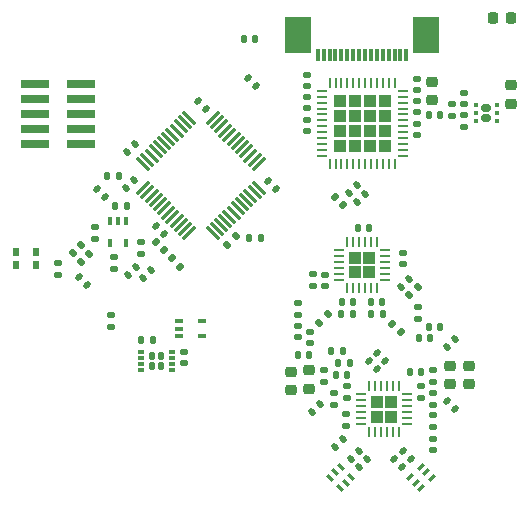
<source format=gbr>
%TF.GenerationSoftware,KiCad,Pcbnew,(6.0.4)*%
%TF.CreationDate,2023-05-27T00:51:03+09:00*%
%TF.ProjectId,RFB,5246422e-6b69-4636-9164-5f7063625858,rev?*%
%TF.SameCoordinates,Original*%
%TF.FileFunction,Paste,Top*%
%TF.FilePolarity,Positive*%
%FSLAX46Y46*%
G04 Gerber Fmt 4.6, Leading zero omitted, Abs format (unit mm)*
G04 Created by KiCad (PCBNEW (6.0.4)) date 2023-05-27 00:51:03*
%MOMM*%
%LPD*%
G01*
G04 APERTURE LIST*
G04 Aperture macros list*
%AMRoundRect*
0 Rectangle with rounded corners*
0 $1 Rounding radius*
0 $2 $3 $4 $5 $6 $7 $8 $9 X,Y pos of 4 corners*
0 Add a 4 corners polygon primitive as box body*
4,1,4,$2,$3,$4,$5,$6,$7,$8,$9,$2,$3,0*
0 Add four circle primitives for the rounded corners*
1,1,$1+$1,$2,$3*
1,1,$1+$1,$4,$5*
1,1,$1+$1,$6,$7*
1,1,$1+$1,$8,$9*
0 Add four rect primitives between the rounded corners*
20,1,$1+$1,$2,$3,$4,$5,0*
20,1,$1+$1,$4,$5,$6,$7,0*
20,1,$1+$1,$6,$7,$8,$9,0*
20,1,$1+$1,$8,$9,$2,$3,0*%
%AMRotRect*
0 Rectangle, with rotation*
0 The origin of the aperture is its center*
0 $1 length*
0 $2 width*
0 $3 Rotation angle, in degrees counterclockwise*
0 Add horizontal line*
21,1,$1,$2,0,0,$3*%
G04 Aperture macros list end*
%ADD10R,0.600000X0.750000*%
%ADD11RoundRect,0.135000X0.135000X0.185000X-0.135000X0.185000X-0.135000X-0.185000X0.135000X-0.185000X0*%
%ADD12RoundRect,0.140000X0.021213X-0.219203X0.219203X-0.021213X-0.021213X0.219203X-0.219203X0.021213X0*%
%ADD13RoundRect,0.140000X-0.021213X0.219203X-0.219203X0.021213X0.021213X-0.219203X0.219203X-0.021213X0*%
%ADD14RoundRect,0.140000X0.140000X0.170000X-0.140000X0.170000X-0.140000X-0.170000X0.140000X-0.170000X0*%
%ADD15RoundRect,0.140000X-0.170000X0.140000X-0.170000X-0.140000X0.170000X-0.140000X0.170000X0.140000X0*%
%ADD16RoundRect,0.075000X-0.415425X-0.521491X0.521491X0.415425X0.415425X0.521491X-0.521491X-0.415425X0*%
%ADD17RoundRect,0.075000X0.415425X-0.521491X0.521491X-0.415425X-0.415425X0.521491X-0.521491X0.415425X0*%
%ADD18RoundRect,0.135000X-0.185000X0.135000X-0.185000X-0.135000X0.185000X-0.135000X0.185000X0.135000X0*%
%ADD19RoundRect,0.135000X-0.226274X-0.035355X-0.035355X-0.226274X0.226274X0.035355X0.035355X0.226274X0*%
%ADD20RoundRect,0.135000X0.185000X-0.135000X0.185000X0.135000X-0.185000X0.135000X-0.185000X-0.135000X0*%
%ADD21R,2.400000X0.740000*%
%ADD22RoundRect,0.135000X-0.035355X0.226274X-0.226274X0.035355X0.035355X-0.226274X0.226274X-0.035355X0*%
%ADD23RoundRect,0.135000X0.035355X-0.226274X0.226274X-0.035355X-0.035355X0.226274X-0.226274X0.035355X0*%
%ADD24RoundRect,0.135000X0.226274X0.035355X0.035355X0.226274X-0.226274X-0.035355X-0.035355X-0.226274X0*%
%ADD25RoundRect,0.140000X0.170000X-0.140000X0.170000X0.140000X-0.170000X0.140000X-0.170000X-0.140000X0*%
%ADD26RoundRect,0.140000X-0.140000X-0.180000X0.140000X-0.180000X0.140000X0.180000X-0.140000X0.180000X0*%
%ADD27RoundRect,0.087500X-0.175000X-0.087500X0.175000X-0.087500X0.175000X0.087500X-0.175000X0.087500X0*%
%ADD28RoundRect,0.225000X0.225000X0.250000X-0.225000X0.250000X-0.225000X-0.250000X0.225000X-0.250000X0*%
%ADD29RoundRect,0.135000X-0.135000X-0.185000X0.135000X-0.185000X0.135000X0.185000X-0.135000X0.185000X0*%
%ADD30R,0.650000X0.400000*%
%ADD31RoundRect,0.140000X-0.140000X-0.170000X0.140000X-0.170000X0.140000X0.170000X-0.140000X0.170000X0*%
%ADD32RoundRect,0.140000X-0.219203X-0.021213X-0.021213X-0.219203X0.219203X0.021213X0.021213X0.219203X0*%
%ADD33RoundRect,0.160000X-0.245000X-0.160000X0.245000X-0.160000X0.245000X0.160000X-0.245000X0.160000X0*%
%ADD34RoundRect,0.093750X-0.093750X-0.106250X0.093750X-0.106250X0.093750X0.106250X-0.093750X0.106250X0*%
%ADD35RoundRect,0.218750X0.256250X-0.218750X0.256250X0.218750X-0.256250X0.218750X-0.256250X-0.218750X0*%
%ADD36RotRect,0.350000X0.700000X135.000000*%
%ADD37RoundRect,0.140000X0.219203X0.021213X0.021213X0.219203X-0.219203X-0.021213X-0.021213X-0.219203X0*%
%ADD38RoundRect,0.225000X0.250000X-0.225000X0.250000X0.225000X-0.250000X0.225000X-0.250000X-0.225000X0*%
%ADD39RoundRect,0.249999X0.290001X0.290001X-0.290001X0.290001X-0.290001X-0.290001X0.290001X-0.290001X0*%
%ADD40RoundRect,0.062500X0.375000X0.062500X-0.375000X0.062500X-0.375000X-0.062500X0.375000X-0.062500X0*%
%ADD41RoundRect,0.062500X0.062500X0.375000X-0.062500X0.375000X-0.062500X-0.375000X0.062500X-0.375000X0*%
%ADD42RoundRect,0.249999X0.290001X-0.290001X0.290001X0.290001X-0.290001X0.290001X-0.290001X-0.290001X0*%
%ADD43RoundRect,0.062500X0.062500X-0.375000X0.062500X0.375000X-0.062500X0.375000X-0.062500X-0.375000X0*%
%ADD44RoundRect,0.062500X0.375000X-0.062500X0.375000X0.062500X-0.375000X0.062500X-0.375000X-0.062500X0*%
%ADD45RoundRect,0.147500X0.226274X0.017678X0.017678X0.226274X-0.226274X-0.017678X-0.017678X-0.226274X0*%
%ADD46R,0.400000X0.650000*%
%ADD47RoundRect,0.250000X-0.292217X-0.292217X0.292217X-0.292217X0.292217X0.292217X-0.292217X0.292217X0*%
%ADD48RoundRect,0.062500X-0.375000X-0.062500X0.375000X-0.062500X0.375000X0.062500X-0.375000X0.062500X0*%
%ADD49RoundRect,0.062500X-0.062500X-0.375000X0.062500X-0.375000X0.062500X0.375000X-0.062500X0.375000X0*%
%ADD50RotRect,0.350000X0.700000X45.000000*%
%ADD51R,0.300000X1.100000*%
%ADD52R,2.300000X3.100000*%
G04 APERTURE END LIST*
D10*
%TO.C,U1*%
X34442400Y-79158800D03*
X36092400Y-79158800D03*
X36092400Y-78028800D03*
X34442400Y-78028800D03*
%TD*%
D11*
%TO.C,R9*%
X43817000Y-74168000D03*
X42797000Y-74168000D03*
%TD*%
D12*
%TO.C,C74*%
X61433389Y-94548011D03*
X62112211Y-93869189D03*
%TD*%
D13*
%TO.C,C31*%
X44577000Y-79340389D03*
X43898178Y-80019211D03*
%TD*%
D14*
%TO.C,C65*%
X68745100Y-88188800D03*
X67785100Y-88188800D03*
%TD*%
D15*
%TO.C,C12*%
X72374700Y-64567400D03*
X72374700Y-65527400D03*
%TD*%
%TO.C,C57*%
X60579000Y-79961800D03*
X60579000Y-80921800D03*
%TD*%
D16*
%TO.C,U11*%
X45200924Y-72575988D03*
X45554478Y-72929542D03*
X45908031Y-73283095D03*
X46261585Y-73636649D03*
X46615138Y-73990202D03*
X46968691Y-74343755D03*
X47322245Y-74697309D03*
X47675798Y-75050862D03*
X48029351Y-75404415D03*
X48382905Y-75757969D03*
X48736458Y-76111522D03*
X49090012Y-76465076D03*
D17*
X51087588Y-76465076D03*
X51441142Y-76111522D03*
X51794695Y-75757969D03*
X52148249Y-75404415D03*
X52501802Y-75050862D03*
X52855355Y-74697309D03*
X53208909Y-74343755D03*
X53562462Y-73990202D03*
X53916015Y-73636649D03*
X54269569Y-73283095D03*
X54623122Y-72929542D03*
X54976676Y-72575988D03*
D16*
X54976676Y-70578412D03*
X54623122Y-70224858D03*
X54269569Y-69871305D03*
X53916015Y-69517751D03*
X53562462Y-69164198D03*
X53208909Y-68810645D03*
X52855355Y-68457091D03*
X52501802Y-68103538D03*
X52148249Y-67749985D03*
X51794695Y-67396431D03*
X51441142Y-67042878D03*
X51087588Y-66689324D03*
D17*
X49090012Y-66689324D03*
X48736458Y-67042878D03*
X48382905Y-67396431D03*
X48029351Y-67749985D03*
X47675798Y-68103538D03*
X47322245Y-68457091D03*
X46968691Y-68810645D03*
X46615138Y-69164198D03*
X46261585Y-69517751D03*
X45908031Y-69871305D03*
X45554478Y-70224858D03*
X45200924Y-70578412D03*
%TD*%
D18*
%TO.C,R6*%
X45034200Y-77163200D03*
X45034200Y-78183200D03*
%TD*%
D15*
%TO.C,C35*%
X59055000Y-63020000D03*
X59055000Y-63980000D03*
%TD*%
%TO.C,C36*%
X59055000Y-64925000D03*
X59055000Y-65885000D03*
%TD*%
D13*
%TO.C,C61*%
X63433011Y-94885189D03*
X62754189Y-95564011D03*
%TD*%
D15*
%TO.C,C72*%
X60528200Y-88064400D03*
X60528200Y-89024400D03*
%TD*%
D19*
%TO.C,R53*%
X47619976Y-78582576D03*
X48341224Y-79303824D03*
%TD*%
D20*
%TO.C,R71*%
X72374700Y-67485800D03*
X72374700Y-66465800D03*
%TD*%
D21*
%TO.C,J8*%
X36048400Y-63779400D03*
X39948400Y-63779400D03*
X36048400Y-65049400D03*
X39948400Y-65049400D03*
X36048400Y-66319400D03*
X39948400Y-66319400D03*
X36048400Y-67589400D03*
X39948400Y-67589400D03*
X36048400Y-68859400D03*
X39948400Y-68859400D03*
%TD*%
D22*
%TO.C,R62*%
X39959224Y-77414176D03*
X39237976Y-78135424D03*
%TD*%
D23*
%TO.C,R12*%
X60116776Y-84028224D03*
X60838024Y-83306976D03*
%TD*%
D15*
%TO.C,C15*%
X42443400Y-83390800D03*
X42443400Y-84350800D03*
%TD*%
D24*
%TO.C,R11*%
X62146124Y-74071424D03*
X61424876Y-73350176D03*
%TD*%
D25*
%TO.C,C78*%
X67183000Y-79042200D03*
X67183000Y-78082200D03*
%TD*%
D26*
%TO.C,U22*%
X46679600Y-87674400D03*
X46679600Y-86874400D03*
X45979600Y-86874400D03*
X45979600Y-87674400D03*
D27*
X45042100Y-86524400D03*
X45042100Y-87024400D03*
X45042100Y-87524400D03*
X45042100Y-88024400D03*
X47617100Y-88024400D03*
X47617100Y-87524400D03*
X47617100Y-87024400D03*
X47617100Y-86524400D03*
%TD*%
D28*
%TO.C,C33*%
X76365400Y-58216800D03*
X74815400Y-58216800D03*
%TD*%
D29*
%TO.C,R39*%
X54125400Y-76809600D03*
X55145400Y-76809600D03*
%TD*%
D11*
%TO.C,R25*%
X62105000Y-86410800D03*
X61085000Y-86410800D03*
%TD*%
D13*
%TO.C,C40*%
X63293311Y-72380789D03*
X62614489Y-73059611D03*
%TD*%
D30*
%TO.C,U12*%
X48249800Y-83881200D03*
X48249800Y-84531200D03*
X48249800Y-85181200D03*
X50149800Y-85181200D03*
X50149800Y-83881200D03*
%TD*%
D25*
%TO.C,C44*%
X68409800Y-68130900D03*
X68409800Y-67170900D03*
%TD*%
D31*
%TO.C,C56*%
X62004000Y-82296000D03*
X62964000Y-82296000D03*
%TD*%
%TO.C,C143*%
X45036800Y-85471000D03*
X45996800Y-85471000D03*
%TD*%
D14*
%TO.C,C54*%
X70355400Y-84353400D03*
X69395400Y-84353400D03*
%TD*%
D32*
%TO.C,C6*%
X41265789Y-72736389D03*
X41944611Y-73415211D03*
%TD*%
D15*
%TO.C,C45*%
X68409800Y-63360900D03*
X68409800Y-64320900D03*
%TD*%
D20*
%TO.C,R14*%
X68427600Y-83720400D03*
X68427600Y-82700400D03*
%TD*%
D32*
%TO.C,C101*%
X46320389Y-75860589D03*
X46999211Y-76539411D03*
%TD*%
D23*
%TO.C,R40*%
X52293576Y-77424224D03*
X53014824Y-76702976D03*
%TD*%
D13*
%TO.C,C41*%
X63953711Y-73142789D03*
X63274889Y-73821611D03*
%TD*%
D20*
%TO.C,R70*%
X71358700Y-66524600D03*
X71358700Y-65504600D03*
%TD*%
D31*
%TO.C,C2*%
X42166600Y-71602600D03*
X43126600Y-71602600D03*
%TD*%
D12*
%TO.C,C58*%
X67046789Y-80984411D03*
X67725611Y-80305589D03*
%TD*%
D14*
%TO.C,C50*%
X59230200Y-86741000D03*
X58270200Y-86741000D03*
%TD*%
D31*
%TO.C,C47*%
X63350200Y-75971400D03*
X64310200Y-75971400D03*
%TD*%
D25*
%TO.C,C16*%
X42748200Y-79448600D03*
X42748200Y-78488600D03*
%TD*%
D31*
%TO.C,C75*%
X64493200Y-82296000D03*
X65453200Y-82296000D03*
%TD*%
D33*
%TO.C,IC9*%
X74255800Y-66656200D03*
X74255800Y-65856200D03*
D34*
X73368300Y-65606200D03*
X73368300Y-66256200D03*
X73368300Y-66906200D03*
X75143300Y-66906200D03*
X75143300Y-66256200D03*
X75143300Y-65606200D03*
%TD*%
D15*
%TO.C,C129*%
X48691800Y-86464200D03*
X48691800Y-87424200D03*
%TD*%
D13*
%TO.C,C10*%
X60156411Y-90871989D03*
X59477589Y-91550811D03*
%TD*%
D15*
%TO.C,C66*%
X62433200Y-89417200D03*
X62433200Y-90377200D03*
%TD*%
D25*
%TO.C,C71*%
X69748400Y-94790200D03*
X69748400Y-93830200D03*
%TD*%
D35*
%TO.C,L3*%
X72745600Y-89230300D03*
X72745600Y-87655300D03*
%TD*%
%TO.C,L2*%
X57708800Y-89738300D03*
X57708800Y-88163300D03*
%TD*%
D14*
%TO.C,C55*%
X69491800Y-85344000D03*
X68531800Y-85344000D03*
%TD*%
D36*
%TO.C,FL2*%
X69625038Y-97147278D03*
X69165419Y-96687658D03*
X68705799Y-96228039D03*
X67821916Y-97111922D03*
X68281535Y-97571542D03*
X68741155Y-98031161D03*
%TD*%
D32*
%TO.C,C64*%
X64299857Y-87288599D03*
X64978679Y-87967421D03*
%TD*%
D18*
%TO.C,R28*%
X69748400Y-89939400D03*
X69748400Y-90959400D03*
%TD*%
D37*
%TO.C,C63*%
X65697100Y-87249000D03*
X65018278Y-86570178D03*
%TD*%
D35*
%TO.C,L1*%
X59258200Y-89611300D03*
X59258200Y-88036300D03*
%TD*%
D38*
%TO.C,C120*%
X76377800Y-65468800D03*
X76377800Y-63918800D03*
%TD*%
D32*
%TO.C,C95*%
X55727600Y-71983600D03*
X56406422Y-72662422D03*
%TD*%
D29*
%TO.C,R19*%
X64488600Y-83312000D03*
X65508600Y-83312000D03*
%TD*%
D37*
%TO.C,C60*%
X67852611Y-95564011D03*
X67173789Y-94885189D03*
%TD*%
D12*
%TO.C,C62*%
X63465389Y-96275211D03*
X64144211Y-95596389D03*
%TD*%
D39*
%TO.C,U8*%
X66219100Y-91967400D03*
X64969100Y-91967400D03*
X64969100Y-90717400D03*
X66219100Y-90717400D03*
D40*
X67531600Y-92592400D03*
X67531600Y-92092400D03*
X67531600Y-91592400D03*
X67531600Y-91092400D03*
X67531600Y-90592400D03*
X67531600Y-90092400D03*
D41*
X66844100Y-89404900D03*
X66344100Y-89404900D03*
X65844100Y-89404900D03*
X65344100Y-89404900D03*
X64844100Y-89404900D03*
X64344100Y-89404900D03*
D40*
X63656600Y-90092400D03*
X63656600Y-90592400D03*
X63656600Y-91092400D03*
X63656600Y-91592400D03*
X63656600Y-92092400D03*
X63656600Y-92592400D03*
D41*
X64344100Y-93279900D03*
X64844100Y-93279900D03*
X65344100Y-93279900D03*
X65844100Y-93279900D03*
X66344100Y-93279900D03*
X66844100Y-93279900D03*
%TD*%
D22*
%TO.C,R8*%
X40645024Y-78176176D03*
X39923776Y-78897424D03*
%TD*%
D29*
%TO.C,R24*%
X61669200Y-87426800D03*
X62689200Y-87426800D03*
%TD*%
D42*
%TO.C,U3*%
X64353600Y-78521400D03*
X64353600Y-79771400D03*
X63103600Y-78521400D03*
X63103600Y-79771400D03*
D43*
X62478600Y-81083900D03*
X62978600Y-81083900D03*
X63478600Y-81083900D03*
X63978600Y-81083900D03*
X64478600Y-81083900D03*
X64978600Y-81083900D03*
D44*
X65666100Y-80396400D03*
X65666100Y-79896400D03*
X65666100Y-79396400D03*
X65666100Y-78896400D03*
X65666100Y-78396400D03*
X65666100Y-77896400D03*
D43*
X64978600Y-77208900D03*
X64478600Y-77208900D03*
X63978600Y-77208900D03*
X63478600Y-77208900D03*
X62978600Y-77208900D03*
X62478600Y-77208900D03*
D44*
X61791100Y-77896400D03*
X61791100Y-78396400D03*
X61791100Y-78896400D03*
X61791100Y-79396400D03*
X61791100Y-79896400D03*
X61791100Y-80396400D03*
%TD*%
D12*
%TO.C,C14*%
X45168178Y-80206222D03*
X45847000Y-79527400D03*
%TD*%
D45*
%TO.C,D1*%
X46926547Y-77889147D03*
X46240653Y-77203253D03*
%TD*%
D12*
%TO.C,C94*%
X43821978Y-69563622D03*
X44500800Y-68884800D03*
%TD*%
D20*
%TO.C,R13*%
X58293000Y-83364800D03*
X58293000Y-82344800D03*
%TD*%
D37*
%TO.C,C18*%
X40462200Y-80822800D03*
X39783378Y-80143978D03*
%TD*%
D13*
%TO.C,C51*%
X71611811Y-85436389D03*
X70932989Y-86115211D03*
%TD*%
D35*
%TO.C,L4*%
X71196200Y-89230300D03*
X71196200Y-87655300D03*
%TD*%
D31*
%TO.C,C130*%
X69408100Y-66446400D03*
X70368100Y-66446400D03*
%TD*%
D18*
%TO.C,R17*%
X59563000Y-79931800D03*
X59563000Y-80951800D03*
%TD*%
D37*
%TO.C,C100*%
X50529811Y-65947611D03*
X49850989Y-65268789D03*
%TD*%
D25*
%TO.C,C53*%
X58293000Y-85265200D03*
X58293000Y-84305200D03*
%TD*%
D46*
%TO.C,U5*%
X43728400Y-75377000D03*
X43078400Y-75377000D03*
X42428400Y-75377000D03*
X42428400Y-77277000D03*
X43728400Y-77277000D03*
%TD*%
D15*
%TO.C,C37*%
X59055000Y-66830000D03*
X59055000Y-67790000D03*
%TD*%
D25*
%TO.C,C80*%
X37947600Y-79956600D03*
X37947600Y-78996600D03*
%TD*%
D14*
%TO.C,C67*%
X62456000Y-88442800D03*
X61496000Y-88442800D03*
%TD*%
D38*
%TO.C,C139*%
X69684900Y-65164000D03*
X69684900Y-63614000D03*
%TD*%
D47*
%TO.C,IC3*%
X65648700Y-65230400D03*
X63098700Y-69055400D03*
X61823700Y-67780400D03*
X61823700Y-65230400D03*
X63098700Y-65230400D03*
X64373700Y-69055400D03*
X64373700Y-66505400D03*
X63098700Y-66505400D03*
X65648700Y-69055400D03*
X64373700Y-65230400D03*
X65648700Y-66505400D03*
X65648700Y-67780400D03*
X61823700Y-69055400D03*
X64373700Y-67780400D03*
X63098700Y-67780400D03*
X61823700Y-66505400D03*
D48*
X60298700Y-64392900D03*
X60298700Y-64892900D03*
X60298700Y-65392900D03*
X60298700Y-65892900D03*
X60298700Y-66392900D03*
X60298700Y-66892900D03*
X60298700Y-67392900D03*
X60298700Y-67892900D03*
X60298700Y-68392900D03*
X60298700Y-68892900D03*
X60298700Y-69392900D03*
X60298700Y-69892900D03*
D49*
X60986200Y-70580400D03*
X61486200Y-70580400D03*
X61986200Y-70580400D03*
X62486200Y-70580400D03*
X62986200Y-70580400D03*
X63486200Y-70580400D03*
X63986200Y-70580400D03*
X64486200Y-70580400D03*
X64986200Y-70580400D03*
X65486200Y-70580400D03*
X65986200Y-70580400D03*
X66486200Y-70580400D03*
D48*
X67173700Y-69892900D03*
X67173700Y-69392900D03*
X67173700Y-68892900D03*
X67173700Y-68392900D03*
X67173700Y-67892900D03*
X67173700Y-67392900D03*
X67173700Y-66892900D03*
X67173700Y-66392900D03*
X67173700Y-65892900D03*
X67173700Y-65392900D03*
X67173700Y-64892900D03*
X67173700Y-64392900D03*
D49*
X66486200Y-63705400D03*
X65986200Y-63705400D03*
X65486200Y-63705400D03*
X64986200Y-63705400D03*
X64486200Y-63705400D03*
X63986200Y-63705400D03*
X63486200Y-63705400D03*
X62986200Y-63705400D03*
X62486200Y-63705400D03*
X61986200Y-63705400D03*
X61486200Y-63705400D03*
X60986200Y-63705400D03*
%TD*%
D14*
%TO.C,C92*%
X54683600Y-59969400D03*
X53723600Y-59969400D03*
%TD*%
D18*
%TO.C,R27*%
X62407800Y-91717400D03*
X62407800Y-92737400D03*
%TD*%
D15*
%TO.C,C46*%
X68409800Y-65263300D03*
X68409800Y-66223300D03*
%TD*%
D18*
%TO.C,R29*%
X61391800Y-89939400D03*
X61391800Y-90959400D03*
%TD*%
D25*
%TO.C,C52*%
X59309000Y-85773200D03*
X59309000Y-84813200D03*
%TD*%
D32*
%TO.C,C59*%
X66462589Y-95596389D03*
X67141411Y-96275211D03*
%TD*%
D15*
%TO.C,C73*%
X69735700Y-88064400D03*
X69735700Y-89024400D03*
%TD*%
D18*
%TO.C,R10*%
X41122600Y-75916600D03*
X41122600Y-76936600D03*
%TD*%
D29*
%TO.C,R16*%
X61948600Y-83312000D03*
X62968600Y-83312000D03*
%TD*%
D13*
%TO.C,C93*%
X44450000Y-71958200D03*
X43771178Y-72637022D03*
%TD*%
D50*
%TO.C,FL3*%
X61882122Y-98047638D03*
X62341742Y-97588019D03*
X62801361Y-97128399D03*
X61917478Y-96244516D03*
X61457858Y-96704135D03*
X60998239Y-97163755D03*
%TD*%
D15*
%TO.C,C68*%
X68743700Y-89417200D03*
X68743700Y-90377200D03*
%TD*%
D37*
%TO.C,C48*%
X71611811Y-91296811D03*
X70932989Y-90617989D03*
%TD*%
D23*
%TO.C,R18*%
X67736776Y-81716824D03*
X68458024Y-80995576D03*
%TD*%
D18*
%TO.C,R26*%
X69748400Y-91869800D03*
X69748400Y-92889800D03*
%TD*%
D51*
%TO.C,J4*%
X67478600Y-61395600D03*
X66978600Y-61395600D03*
X66478600Y-61395600D03*
X65978600Y-61395600D03*
X65478600Y-61395600D03*
X64978600Y-61395600D03*
X64478600Y-61395600D03*
X63978600Y-61395600D03*
X63478600Y-61395600D03*
X62978600Y-61395600D03*
X62478600Y-61395600D03*
X61978600Y-61395600D03*
X61478600Y-61395600D03*
X60978600Y-61395600D03*
X60478600Y-61395600D03*
X59978600Y-61395600D03*
D52*
X58308600Y-59695600D03*
X69148600Y-59695600D03*
%TD*%
D24*
%TO.C,R15*%
X67015248Y-84820648D03*
X66294000Y-84099400D03*
%TD*%
D32*
%TO.C,C91*%
X54092789Y-63262189D03*
X54771611Y-63941011D03*
%TD*%
M02*

</source>
